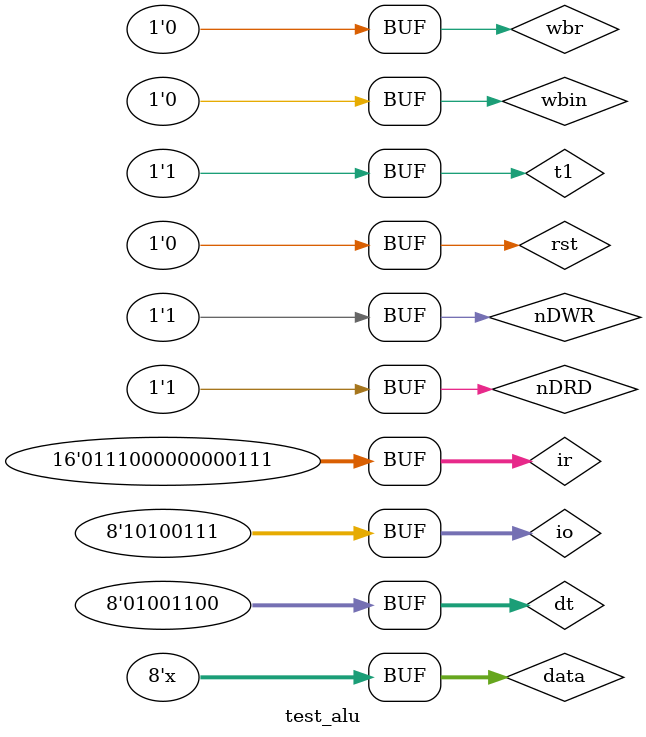
<source format=v>
`timescale 1ns / 1ps


module test_alu;

	// Inputs
	reg t1;
	reg rst;
	reg [15:0] ir;
	reg wbr;
	reg wbin;
	reg nDRD;
	reg nDWR;

	// Outputs
	wire nPREQ;
	wire nPRD;
	wire nPWR;
	wire [1:0] IOAD;
	wire jp;
	wire [15:0] aluout;

	// Bidirs
	wire [7:0] IODB;
	wire [7:0] data;
	reg [7:0] io;
	reg [7:0] dt;
	assign IODB=(nPRD==0)?io:8'bz;
	assign data=(nDRD==0)?dt:8'bz;
	// Instantiate the Unit Under Test (UUT)
	alu uut (
		.t1(t1), 
		.rst(rst), 
		.nPREQ(nPREQ), 
		.nPRD(nPRD), 
		.nPWR(nPWR), 
		.IOAD(IOAD), 
		.IODB(IODB), 
		.jp(jp), 
		.aluout(aluout), 
		.data(data), 
		.ir(ir), 
		.wbr(wbr), 
		.wbin(wbin), 
		.nDRD(nDRD), 
		.nDWR(nDWR)
	);

	initial begin
		// Initialize Inputs
		t1 = 0;
		rst = 0;
		ir = 16'b0000000010110101; //jmp
		wbr = 0;
		wbin = 0;
		nDRD = 1;
		nDWR = 1;
		io=8'b10100111;
		dt=8'b01001100;
		
		#1 rst=1;
		#1 rst=0;
		
		#13 t1=1;
		
		#10 t1=0;
		
		#5 ir=16'b0100011110101110;//moi r7,
		#25 t1=1;
		
		
		#10 t1=0;
		
		#5 //$stop; 
		ir=16'b0000000010110100;//jmp
		#25 t1=1;
		
		#10 t1=0;
		
		#5 //$stop;
		ir=16'b0101000000000111;//mov r0,r7
		#25 t1=1;
		
		#10 t1=0;
		
		#5 //$stop;
		ir=16'b0001000010111000; //jz r0,x
		#25 t1=1;
		
		#10 t1=0;
		
		#5 ir=16'b1000000000000001; //out r0,1  there r0=8'b10101110;
		#25 t1=1;
		
		#10 t1=0;
		
		#5 ir=16'b1001000000000011; //in r0,1
		#25 t1=1;
		
		#10 t1=0; 
		
		#5 ir=16'b0110000000000011; //sta r0,11
		#5 wbin=1;
		#10 wbin=0;
		#10 t1=1;
		#10 t1=0; nDWR=0;
		#10 nDWR=1;
		
		#5 ir=16'b0111000000000111; //lda r0,111
		#15 t1=1;
		
		#10 t1=0; nDRD=0;
		#10 nDRD=1;
		#20 t1=1;
		
		#10 t1=0;
		
		#30 t1=1;
		
		#10 t1=0;
		
		#30 t1=1;

		// Wait 100 ns for global reset to finish
		#100;
        
		// Add stimulus here

	end
      
endmodule


</source>
